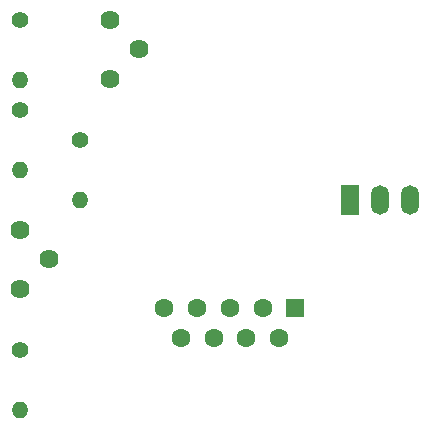
<source format=gbr>
%TF.GenerationSoftware,KiCad,Pcbnew,(6.0.5)*%
%TF.CreationDate,2022-06-27T13:36:48+02:00*%
%TF.ProjectId,luftTempProjekt,6c756674-5465-46d7-9050-726f6a656b74,rev?*%
%TF.SameCoordinates,Original*%
%TF.FileFunction,Soldermask,Bot*%
%TF.FilePolarity,Negative*%
%FSLAX46Y46*%
G04 Gerber Fmt 4.6, Leading zero omitted, Abs format (unit mm)*
G04 Created by KiCad (PCBNEW (6.0.5)) date 2022-06-27 13:36:48*
%MOMM*%
%LPD*%
G01*
G04 APERTURE LIST*
%ADD10C,1.400000*%
%ADD11O,1.400000X1.400000*%
%ADD12C,1.620000*%
%ADD13R,1.500000X2.500000*%
%ADD14O,1.500000X2.500000*%
%ADD15R,1.600000X1.600000*%
%ADD16C,1.600000*%
G04 APERTURE END LIST*
D10*
%TO.C,R2*%
X121920000Y-83820000D03*
D11*
X121920000Y-88900000D03*
%TD*%
D10*
%TO.C,R1*%
X121920000Y-76200000D03*
D11*
X121920000Y-81280000D03*
%TD*%
D12*
%TO.C,RV1*%
X121920000Y-93980000D03*
X124420000Y-96480000D03*
X121920000Y-98980000D03*
%TD*%
D13*
%TO.C,U2*%
X149860000Y-91440000D03*
D14*
X152400000Y-91440000D03*
X154940000Y-91440000D03*
%TD*%
D12*
%TO.C,Q1*%
X129540000Y-76200000D03*
X132040000Y-78700000D03*
X129540000Y-81200000D03*
%TD*%
D10*
%TO.C,R4*%
X127000000Y-86360000D03*
D11*
X127000000Y-91440000D03*
%TD*%
D10*
%TO.C,R3*%
X121920000Y-104140000D03*
D11*
X121920000Y-109220000D03*
%TD*%
D15*
%TO.C,J4*%
X145250000Y-100589669D03*
D16*
X142480000Y-100589669D03*
X139710000Y-100589669D03*
X136940000Y-100589669D03*
X134170000Y-100589669D03*
X143865000Y-103129669D03*
X141095000Y-103129669D03*
X138325000Y-103129669D03*
X135555000Y-103129669D03*
%TD*%
M02*

</source>
